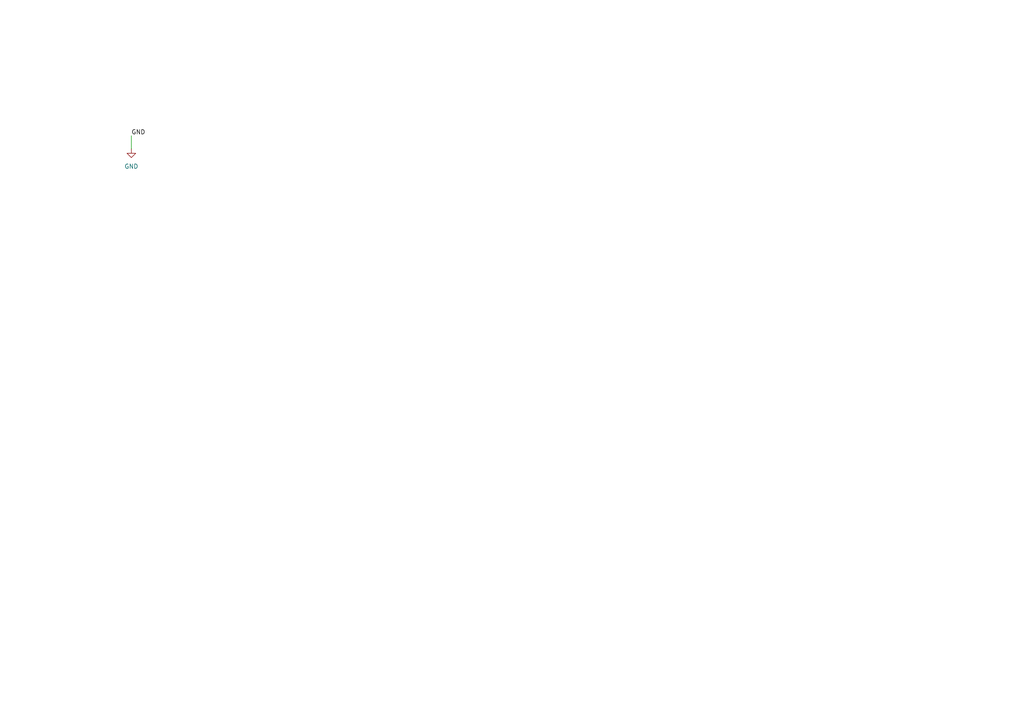
<source format=kicad_sch>
(kicad_sch (version 20231120) (generator "eeschema") (generator_version "8.0")
  (paper "A4")
  (lib_symbols
    (symbol "power:GND" (power) (pin_numbers hide) (pin_names (offset 0) hide)
      (property "Value" "GND" (at 0 -3.81 0))
      (symbol "GND_0_1"
        (polyline (pts (xy 0 0) (xy 0 -1.27) (xy 1.27 -1.27) (xy 0 -2.54) (xy -1.27 -1.27) (xy 0 -1.27)))
      )
      (symbol "GND_1_1"
        (pin power_in line (at 0 0 270) (length 0) (name "~") (number "1"))
      )
    )
  )
  (wire (pts (xy 38.1 39.37) (xy 38.1 43.18)))
  (label "GND" (at 38.1 39.37 0))
  (symbol (lib_id "power:GND") (at 38.1 43.18 0) (unit 1)
    (property "Reference" "#PWR01" (effects (hide yes)))
    (property "Value" "GND" (at 38.1 48.26 0))
    (property "Description" "Power symbol creates a global label with name \"GND\" , ground" (effects (hide yes)))
  )
)
</source>
